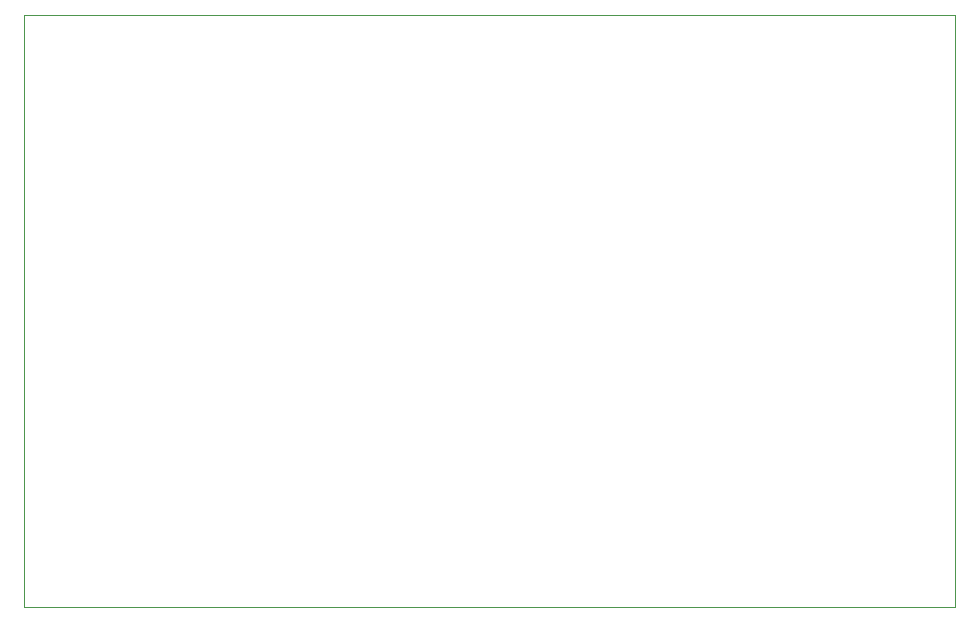
<source format=gbr>
G04 #@! TF.GenerationSoftware,KiCad,Pcbnew,(5.1.5)-3*
G04 #@! TF.CreationDate,2020-05-02T01:09:43+02:00*
G04 #@! TF.ProjectId,inkplateclone,696e6b70-6c61-4746-9563-6c6f6e652e6b,rev?*
G04 #@! TF.SameCoordinates,Original*
G04 #@! TF.FileFunction,Profile,NP*
%FSLAX46Y46*%
G04 Gerber Fmt 4.6, Leading zero omitted, Abs format (unit mm)*
G04 Created by KiCad (PCBNEW (5.1.5)-3) date 2020-05-02 01:09:43*
%MOMM*%
%LPD*%
G04 APERTURE LIST*
%ADD10C,0.050000*%
G04 APERTURE END LIST*
D10*
X135636000Y-115506500D02*
X135953500Y-115506500D01*
X135953500Y-65405000D02*
X135953500Y-115506500D01*
X135509000Y-65405000D02*
X135953500Y-65405000D01*
X57086500Y-65405000D02*
X135509000Y-65405000D01*
X57086500Y-115506500D02*
X57086500Y-65405000D01*
X135636000Y-115506500D02*
X57086500Y-115506500D01*
M02*

</source>
